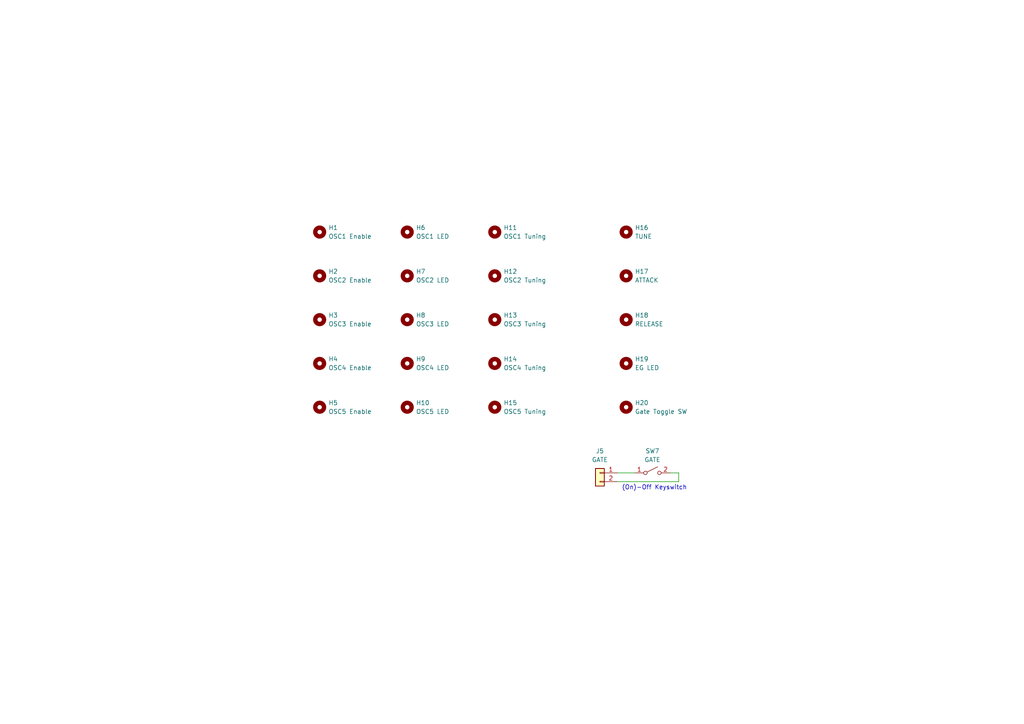
<source format=kicad_sch>
(kicad_sch (version 20211123) (generator eeschema)

  (uuid 756980f3-04da-4b43-aedb-59e470c03936)

  (paper "A4")

  (lib_symbols
    (symbol "Connector_Generic:Conn_01x02" (pin_names (offset 1.016) hide) (in_bom yes) (on_board yes)
      (property "Reference" "J" (id 0) (at 0 2.54 0)
        (effects (font (size 1.27 1.27)))
      )
      (property "Value" "Conn_01x02" (id 1) (at 0 -5.08 0)
        (effects (font (size 1.27 1.27)))
      )
      (property "Footprint" "" (id 2) (at 0 0 0)
        (effects (font (size 1.27 1.27)) hide)
      )
      (property "Datasheet" "~" (id 3) (at 0 0 0)
        (effects (font (size 1.27 1.27)) hide)
      )
      (property "ki_keywords" "connector" (id 4) (at 0 0 0)
        (effects (font (size 1.27 1.27)) hide)
      )
      (property "ki_description" "Generic connector, single row, 01x02, script generated (kicad-library-utils/schlib/autogen/connector/)" (id 5) (at 0 0 0)
        (effects (font (size 1.27 1.27)) hide)
      )
      (property "ki_fp_filters" "Connector*:*_1x??_*" (id 6) (at 0 0 0)
        (effects (font (size 1.27 1.27)) hide)
      )
      (symbol "Conn_01x02_1_1"
        (rectangle (start -1.27 -2.413) (end 0 -2.667)
          (stroke (width 0.1524) (type default) (color 0 0 0 0))
          (fill (type none))
        )
        (rectangle (start -1.27 0.127) (end 0 -0.127)
          (stroke (width 0.1524) (type default) (color 0 0 0 0))
          (fill (type none))
        )
        (rectangle (start -1.27 1.27) (end 1.27 -3.81)
          (stroke (width 0.254) (type default) (color 0 0 0 0))
          (fill (type background))
        )
        (pin passive line (at -5.08 0 0) (length 3.81)
          (name "Pin_1" (effects (font (size 1.27 1.27))))
          (number "1" (effects (font (size 1.27 1.27))))
        )
        (pin passive line (at -5.08 -2.54 0) (length 3.81)
          (name "Pin_2" (effects (font (size 1.27 1.27))))
          (number "2" (effects (font (size 1.27 1.27))))
        )
      )
    )
    (symbol "Mechanical:MountingHole" (pin_names (offset 1.016)) (in_bom yes) (on_board yes)
      (property "Reference" "H" (id 0) (at 0 5.08 0)
        (effects (font (size 1.27 1.27)))
      )
      (property "Value" "MountingHole" (id 1) (at 0 3.175 0)
        (effects (font (size 1.27 1.27)))
      )
      (property "Footprint" "" (id 2) (at 0 0 0)
        (effects (font (size 1.27 1.27)) hide)
      )
      (property "Datasheet" "~" (id 3) (at 0 0 0)
        (effects (font (size 1.27 1.27)) hide)
      )
      (property "ki_keywords" "mounting hole" (id 4) (at 0 0 0)
        (effects (font (size 1.27 1.27)) hide)
      )
      (property "ki_description" "Mounting Hole without connection" (id 5) (at 0 0 0)
        (effects (font (size 1.27 1.27)) hide)
      )
      (property "ki_fp_filters" "MountingHole*" (id 6) (at 0 0 0)
        (effects (font (size 1.27 1.27)) hide)
      )
      (symbol "MountingHole_0_1"
        (circle (center 0 0) (radius 1.27)
          (stroke (width 1.27) (type default) (color 0 0 0 0))
          (fill (type none))
        )
      )
    )
    (symbol "Switch:SW_SPST" (pin_names (offset 0) hide) (in_bom yes) (on_board yes)
      (property "Reference" "SW" (id 0) (at 0 3.175 0)
        (effects (font (size 1.27 1.27)))
      )
      (property "Value" "SW_SPST" (id 1) (at 0 -2.54 0)
        (effects (font (size 1.27 1.27)))
      )
      (property "Footprint" "" (id 2) (at 0 0 0)
        (effects (font (size 1.27 1.27)) hide)
      )
      (property "Datasheet" "~" (id 3) (at 0 0 0)
        (effects (font (size 1.27 1.27)) hide)
      )
      (property "ki_keywords" "switch lever" (id 4) (at 0 0 0)
        (effects (font (size 1.27 1.27)) hide)
      )
      (property "ki_description" "Single Pole Single Throw (SPST) switch" (id 5) (at 0 0 0)
        (effects (font (size 1.27 1.27)) hide)
      )
      (symbol "SW_SPST_0_0"
        (circle (center -2.032 0) (radius 0.508)
          (stroke (width 0) (type default) (color 0 0 0 0))
          (fill (type none))
        )
        (polyline
          (pts
            (xy -1.524 0.254)
            (xy 1.524 1.778)
          )
          (stroke (width 0) (type default) (color 0 0 0 0))
          (fill (type none))
        )
        (circle (center 2.032 0) (radius 0.508)
          (stroke (width 0) (type default) (color 0 0 0 0))
          (fill (type none))
        )
      )
      (symbol "SW_SPST_1_1"
        (pin passive line (at -5.08 0 0) (length 2.54)
          (name "A" (effects (font (size 1.27 1.27))))
          (number "1" (effects (font (size 1.27 1.27))))
        )
        (pin passive line (at 5.08 0 180) (length 2.54)
          (name "B" (effects (font (size 1.27 1.27))))
          (number "2" (effects (font (size 1.27 1.27))))
        )
      )
    )
  )


  (wire (pts (xy 194.31 137.16) (xy 196.85 137.16))
    (stroke (width 0) (type default) (color 0 0 0 0))
    (uuid a6c2d5b5-26eb-4040-aede-ca5544ddf214)
  )
  (wire (pts (xy 196.85 137.16) (xy 196.85 139.7))
    (stroke (width 0) (type default) (color 0 0 0 0))
    (uuid b5547ab1-3586-4f63-9e29-1e2143808ad1)
  )
  (wire (pts (xy 179.07 137.16) (xy 184.15 137.16))
    (stroke (width 0) (type default) (color 0 0 0 0))
    (uuid d05c8361-8890-426c-bf0b-602bc27dba0f)
  )
  (wire (pts (xy 179.07 139.7) (xy 196.85 139.7))
    (stroke (width 0) (type default) (color 0 0 0 0))
    (uuid d8dc21cd-cab7-4594-a06f-4714d7a66ce1)
  )

  (text "(On)-Off Keyswitch" (at 180.34 142.24 0)
    (effects (font (size 1.27 1.27)) (justify left bottom))
    (uuid 8351add7-e784-40a3-9eae-e8c0d6aca6b2)
  )

  (symbol (lib_id "Mechanical:MountingHole") (at 92.71 67.31 0) (unit 1)
    (in_bom yes) (on_board yes) (fields_autoplaced)
    (uuid 14ce428a-dcc1-4aa9-8f07-76ffe83113c4)
    (property "Reference" "H1" (id 0) (at 95.25 66.0399 0)
      (effects (font (size 1.27 1.27)) (justify left))
    )
    (property "Value" "OSC1 Enable" (id 1) (at 95.25 68.5799 0)
      (effects (font (size 1.27 1.27)) (justify left))
    )
    (property "Footprint" "kosmo-lib:Hole_Toggle_Switch" (id 2) (at 92.71 67.31 0)
      (effects (font (size 1.27 1.27)) hide)
    )
    (property "Datasheet" "~" (id 3) (at 92.71 67.31 0)
      (effects (font (size 1.27 1.27)) hide)
    )
  )

  (symbol (lib_id "Mechanical:MountingHole") (at 118.11 105.41 0) (unit 1)
    (in_bom yes) (on_board yes) (fields_autoplaced)
    (uuid 3b0656f2-0270-4b43-a5c0-c5b11ee4fb5b)
    (property "Reference" "H9" (id 0) (at 120.65 104.1399 0)
      (effects (font (size 1.27 1.27)) (justify left))
    )
    (property "Value" "OSC4 LED" (id 1) (at 120.65 106.6799 0)
      (effects (font (size 1.27 1.27)) (justify left))
    )
    (property "Footprint" "kosmo-lib:Hole_LED_5mm" (id 2) (at 118.11 105.41 0)
      (effects (font (size 1.27 1.27)) hide)
    )
    (property "Datasheet" "~" (id 3) (at 118.11 105.41 0)
      (effects (font (size 1.27 1.27)) hide)
    )
  )

  (symbol (lib_id "Mechanical:MountingHole") (at 118.11 67.31 0) (unit 1)
    (in_bom yes) (on_board yes) (fields_autoplaced)
    (uuid 544c9e91-bec8-4e2e-948a-ff861c92dd58)
    (property "Reference" "H6" (id 0) (at 120.65 66.0399 0)
      (effects (font (size 1.27 1.27)) (justify left))
    )
    (property "Value" "OSC1 LED" (id 1) (at 120.65 68.5799 0)
      (effects (font (size 1.27 1.27)) (justify left))
    )
    (property "Footprint" "kosmo-lib:Hole_LED_5mm" (id 2) (at 118.11 67.31 0)
      (effects (font (size 1.27 1.27)) hide)
    )
    (property "Datasheet" "~" (id 3) (at 118.11 67.31 0)
      (effects (font (size 1.27 1.27)) hide)
    )
  )

  (symbol (lib_id "Mechanical:MountingHole") (at 92.71 105.41 0) (unit 1)
    (in_bom yes) (on_board yes) (fields_autoplaced)
    (uuid 685f326a-5f59-4a5e-9b98-52438364a2d0)
    (property "Reference" "H4" (id 0) (at 95.25 104.1399 0)
      (effects (font (size 1.27 1.27)) (justify left))
    )
    (property "Value" "OSC4 Enable" (id 1) (at 95.25 106.6799 0)
      (effects (font (size 1.27 1.27)) (justify left))
    )
    (property "Footprint" "kosmo-lib:Hole_Toggle_Switch" (id 2) (at 92.71 105.41 0)
      (effects (font (size 1.27 1.27)) hide)
    )
    (property "Datasheet" "~" (id 3) (at 92.71 105.41 0)
      (effects (font (size 1.27 1.27)) hide)
    )
  )

  (symbol (lib_id "Mechanical:MountingHole") (at 143.51 80.01 0) (unit 1)
    (in_bom yes) (on_board yes) (fields_autoplaced)
    (uuid 6923c7f8-68bf-41c6-b580-9ce8af522c04)
    (property "Reference" "H12" (id 0) (at 146.05 78.7399 0)
      (effects (font (size 1.27 1.27)) (justify left))
    )
    (property "Value" "OSC2 Tuning" (id 1) (at 146.05 81.2799 0)
      (effects (font (size 1.27 1.27)) (justify left))
    )
    (property "Footprint" "kosmo-lib:Hole_Pot" (id 2) (at 143.51 80.01 0)
      (effects (font (size 1.27 1.27)) hide)
    )
    (property "Datasheet" "~" (id 3) (at 143.51 80.01 0)
      (effects (font (size 1.27 1.27)) hide)
    )
  )

  (symbol (lib_id "Mechanical:MountingHole") (at 92.71 80.01 0) (unit 1)
    (in_bom yes) (on_board yes) (fields_autoplaced)
    (uuid 76ce9d97-eb61-4f84-8f82-e811d5dbad2c)
    (property "Reference" "H2" (id 0) (at 95.25 78.7399 0)
      (effects (font (size 1.27 1.27)) (justify left))
    )
    (property "Value" "OSC2 Enable" (id 1) (at 95.25 81.2799 0)
      (effects (font (size 1.27 1.27)) (justify left))
    )
    (property "Footprint" "kosmo-lib:Hole_Toggle_Switch" (id 2) (at 92.71 80.01 0)
      (effects (font (size 1.27 1.27)) hide)
    )
    (property "Datasheet" "~" (id 3) (at 92.71 80.01 0)
      (effects (font (size 1.27 1.27)) hide)
    )
  )

  (symbol (lib_id "Mechanical:MountingHole") (at 181.61 80.01 0) (unit 1)
    (in_bom yes) (on_board yes) (fields_autoplaced)
    (uuid 8610b735-c26c-46a4-8d4d-fead1577ff13)
    (property "Reference" "H17" (id 0) (at 184.15 78.7399 0)
      (effects (font (size 1.27 1.27)) (justify left))
    )
    (property "Value" "ATTACK" (id 1) (at 184.15 81.2799 0)
      (effects (font (size 1.27 1.27)) (justify left))
    )
    (property "Footprint" "kosmo-lib:Hole_Pot" (id 2) (at 181.61 80.01 0)
      (effects (font (size 1.27 1.27)) hide)
    )
    (property "Datasheet" "~" (id 3) (at 181.61 80.01 0)
      (effects (font (size 1.27 1.27)) hide)
    )
  )

  (symbol (lib_id "Mechanical:MountingHole") (at 181.61 105.41 0) (unit 1)
    (in_bom yes) (on_board yes) (fields_autoplaced)
    (uuid 9678f199-8930-4d8d-86f1-f514e0b44c14)
    (property "Reference" "H19" (id 0) (at 184.15 104.1399 0)
      (effects (font (size 1.27 1.27)) (justify left))
    )
    (property "Value" "EG LED" (id 1) (at 184.15 106.6799 0)
      (effects (font (size 1.27 1.27)) (justify left))
    )
    (property "Footprint" "kosmo-lib:Hole_LED_5mm" (id 2) (at 181.61 105.41 0)
      (effects (font (size 1.27 1.27)) hide)
    )
    (property "Datasheet" "~" (id 3) (at 181.61 105.41 0)
      (effects (font (size 1.27 1.27)) hide)
    )
  )

  (symbol (lib_id "Mechanical:MountingHole") (at 143.51 67.31 0) (unit 1)
    (in_bom yes) (on_board yes) (fields_autoplaced)
    (uuid 9e3a5d83-534d-4968-8813-35b1babb082c)
    (property "Reference" "H11" (id 0) (at 146.05 66.0399 0)
      (effects (font (size 1.27 1.27)) (justify left))
    )
    (property "Value" "OSC1 Tuning" (id 1) (at 146.05 68.5799 0)
      (effects (font (size 1.27 1.27)) (justify left))
    )
    (property "Footprint" "kosmo-lib:Hole_Pot" (id 2) (at 143.51 67.31 0)
      (effects (font (size 1.27 1.27)) hide)
    )
    (property "Datasheet" "~" (id 3) (at 143.51 67.31 0)
      (effects (font (size 1.27 1.27)) hide)
    )
  )

  (symbol (lib_id "Mechanical:MountingHole") (at 181.61 118.11 0) (unit 1)
    (in_bom yes) (on_board yes) (fields_autoplaced)
    (uuid a1ad593d-3c0d-48d4-a264-2e5b7596f07f)
    (property "Reference" "H20" (id 0) (at 184.15 116.8399 0)
      (effects (font (size 1.27 1.27)) (justify left))
    )
    (property "Value" "Gate Toggle SW" (id 1) (at 184.15 119.3799 0)
      (effects (font (size 1.27 1.27)) (justify left))
    )
    (property "Footprint" "kosmo-lib:Hole_Toggle_Switch" (id 2) (at 181.61 118.11 0)
      (effects (font (size 1.27 1.27)) hide)
    )
    (property "Datasheet" "~" (id 3) (at 181.61 118.11 0)
      (effects (font (size 1.27 1.27)) hide)
    )
  )

  (symbol (lib_id "Mechanical:MountingHole") (at 118.11 80.01 0) (unit 1)
    (in_bom yes) (on_board yes) (fields_autoplaced)
    (uuid a4046a15-9592-4ad7-bf91-5dbdffbc92b0)
    (property "Reference" "H7" (id 0) (at 120.65 78.7399 0)
      (effects (font (size 1.27 1.27)) (justify left))
    )
    (property "Value" "OSC2 LED" (id 1) (at 120.65 81.2799 0)
      (effects (font (size 1.27 1.27)) (justify left))
    )
    (property "Footprint" "kosmo-lib:Hole_LED_5mm" (id 2) (at 118.11 80.01 0)
      (effects (font (size 1.27 1.27)) hide)
    )
    (property "Datasheet" "~" (id 3) (at 118.11 80.01 0)
      (effects (font (size 1.27 1.27)) hide)
    )
  )

  (symbol (lib_id "Mechanical:MountingHole") (at 143.51 92.71 0) (unit 1)
    (in_bom yes) (on_board yes) (fields_autoplaced)
    (uuid a96c5bfd-d84f-4bd7-98e9-b3c85fa8e3a4)
    (property "Reference" "H13" (id 0) (at 146.05 91.4399 0)
      (effects (font (size 1.27 1.27)) (justify left))
    )
    (property "Value" "OSC3 Tuning" (id 1) (at 146.05 93.9799 0)
      (effects (font (size 1.27 1.27)) (justify left))
    )
    (property "Footprint" "kosmo-lib:Hole_Pot" (id 2) (at 143.51 92.71 0)
      (effects (font (size 1.27 1.27)) hide)
    )
    (property "Datasheet" "~" (id 3) (at 143.51 92.71 0)
      (effects (font (size 1.27 1.27)) hide)
    )
  )

  (symbol (lib_id "Mechanical:MountingHole") (at 143.51 105.41 0) (unit 1)
    (in_bom yes) (on_board yes) (fields_autoplaced)
    (uuid b04dfa4d-be61-4eef-bd3d-9bcb832e9825)
    (property "Reference" "H14" (id 0) (at 146.05 104.1399 0)
      (effects (font (size 1.27 1.27)) (justify left))
    )
    (property "Value" "OSC4 Tuning" (id 1) (at 146.05 106.6799 0)
      (effects (font (size 1.27 1.27)) (justify left))
    )
    (property "Footprint" "kosmo-lib:Hole_Pot" (id 2) (at 143.51 105.41 0)
      (effects (font (size 1.27 1.27)) hide)
    )
    (property "Datasheet" "~" (id 3) (at 143.51 105.41 0)
      (effects (font (size 1.27 1.27)) hide)
    )
  )

  (symbol (lib_id "Mechanical:MountingHole") (at 181.61 67.31 0) (unit 1)
    (in_bom yes) (on_board yes) (fields_autoplaced)
    (uuid ba6aa134-ef87-44f5-aea8-e709d64e956c)
    (property "Reference" "H16" (id 0) (at 184.15 66.0399 0)
      (effects (font (size 1.27 1.27)) (justify left))
    )
    (property "Value" "TUNE" (id 1) (at 184.15 68.5799 0)
      (effects (font (size 1.27 1.27)) (justify left))
    )
    (property "Footprint" "kosmo-lib:Hole_Pot" (id 2) (at 181.61 67.31 0)
      (effects (font (size 1.27 1.27)) hide)
    )
    (property "Datasheet" "~" (id 3) (at 181.61 67.31 0)
      (effects (font (size 1.27 1.27)) hide)
    )
  )

  (symbol (lib_id "Mechanical:MountingHole") (at 92.71 118.11 0) (unit 1)
    (in_bom yes) (on_board yes) (fields_autoplaced)
    (uuid baafec87-4609-4b53-aa36-47243f995c97)
    (property "Reference" "H5" (id 0) (at 95.25 116.8399 0)
      (effects (font (size 1.27 1.27)) (justify left))
    )
    (property "Value" "OSC5 Enable" (id 1) (at 95.25 119.3799 0)
      (effects (font (size 1.27 1.27)) (justify left))
    )
    (property "Footprint" "kosmo-lib:Hole_Toggle_Switch" (id 2) (at 92.71 118.11 0)
      (effects (font (size 1.27 1.27)) hide)
    )
    (property "Datasheet" "~" (id 3) (at 92.71 118.11 0)
      (effects (font (size 1.27 1.27)) hide)
    )
  )

  (symbol (lib_id "Mechanical:MountingHole") (at 118.11 92.71 0) (unit 1)
    (in_bom yes) (on_board yes) (fields_autoplaced)
    (uuid bd312392-e088-45fa-967c-c6c8f38a2db5)
    (property "Reference" "H8" (id 0) (at 120.65 91.4399 0)
      (effects (font (size 1.27 1.27)) (justify left))
    )
    (property "Value" "OSC3 LED" (id 1) (at 120.65 93.9799 0)
      (effects (font (size 1.27 1.27)) (justify left))
    )
    (property "Footprint" "kosmo-lib:Hole_LED_5mm" (id 2) (at 118.11 92.71 0)
      (effects (font (size 1.27 1.27)) hide)
    )
    (property "Datasheet" "~" (id 3) (at 118.11 92.71 0)
      (effects (font (size 1.27 1.27)) hide)
    )
  )

  (symbol (lib_id "Mechanical:MountingHole") (at 92.71 92.71 0) (unit 1)
    (in_bom yes) (on_board yes) (fields_autoplaced)
    (uuid c7b9d608-8efb-4930-8c6d-0b02f42f2df6)
    (property "Reference" "H3" (id 0) (at 95.25 91.4399 0)
      (effects (font (size 1.27 1.27)) (justify left))
    )
    (property "Value" "OSC3 Enable" (id 1) (at 95.25 93.9799 0)
      (effects (font (size 1.27 1.27)) (justify left))
    )
    (property "Footprint" "kosmo-lib:Hole_Toggle_Switch" (id 2) (at 92.71 92.71 0)
      (effects (font (size 1.27 1.27)) hide)
    )
    (property "Datasheet" "~" (id 3) (at 92.71 92.71 0)
      (effects (font (size 1.27 1.27)) hide)
    )
  )

  (symbol (lib_id "Mechanical:MountingHole") (at 118.11 118.11 0) (unit 1)
    (in_bom yes) (on_board yes) (fields_autoplaced)
    (uuid db6c8f58-d66f-42ce-af4b-4b12da994a16)
    (property "Reference" "H10" (id 0) (at 120.65 116.8399 0)
      (effects (font (size 1.27 1.27)) (justify left))
    )
    (property "Value" "OSC5 LED" (id 1) (at 120.65 119.3799 0)
      (effects (font (size 1.27 1.27)) (justify left))
    )
    (property "Footprint" "kosmo-lib:Hole_LED_5mm" (id 2) (at 118.11 118.11 0)
      (effects (font (size 1.27 1.27)) hide)
    )
    (property "Datasheet" "~" (id 3) (at 118.11 118.11 0)
      (effects (font (size 1.27 1.27)) hide)
    )
  )

  (symbol (lib_id "Mechanical:MountingHole") (at 143.51 118.11 0) (unit 1)
    (in_bom yes) (on_board yes) (fields_autoplaced)
    (uuid eab97031-9d78-4fa2-8bc0-09736abb9159)
    (property "Reference" "H15" (id 0) (at 146.05 116.8399 0)
      (effects (font (size 1.27 1.27)) (justify left))
    )
    (property "Value" "OSC5 Tuning" (id 1) (at 146.05 119.3799 0)
      (effects (font (size 1.27 1.27)) (justify left))
    )
    (property "Footprint" "kosmo-lib:Hole_Pot" (id 2) (at 143.51 118.11 0)
      (effects (font (size 1.27 1.27)) hide)
    )
    (property "Datasheet" "~" (id 3) (at 143.51 118.11 0)
      (effects (font (size 1.27 1.27)) hide)
    )
  )

  (symbol (lib_id "Mechanical:MountingHole") (at 181.61 92.71 0) (unit 1)
    (in_bom yes) (on_board yes) (fields_autoplaced)
    (uuid edd13910-c35e-4bef-a430-6f267735cec8)
    (property "Reference" "H18" (id 0) (at 184.15 91.4399 0)
      (effects (font (size 1.27 1.27)) (justify left))
    )
    (property "Value" "RELEASE" (id 1) (at 184.15 93.9799 0)
      (effects (font (size 1.27 1.27)) (justify left))
    )
    (property "Footprint" "kosmo-lib:Hole_Pot" (id 2) (at 181.61 92.71 0)
      (effects (font (size 1.27 1.27)) hide)
    )
    (property "Datasheet" "~" (id 3) (at 181.61 92.71 0)
      (effects (font (size 1.27 1.27)) hide)
    )
  )

  (symbol (lib_id "Connector_Generic:Conn_01x02") (at 173.99 137.16 0) (mirror y) (unit 1)
    (in_bom yes) (on_board yes) (fields_autoplaced)
    (uuid f06a7c10-2097-41ed-af78-71102efc461b)
    (property "Reference" "J5" (id 0) (at 173.99 130.81 0))
    (property "Value" "GATE" (id 1) (at 173.99 133.35 0))
    (property "Footprint" "minidrone:SMD_Connector" (id 2) (at 173.99 137.16 0)
      (effects (font (size 1.27 1.27)) hide)
    )
    (property "Datasheet" "~" (id 3) (at 173.99 137.16 0)
      (effects (font (size 1.27 1.27)) hide)
    )
    (pin "1" (uuid 2ba45169-3d34-4484-8c3e-6c27e3aadfe0))
    (pin "2" (uuid 24aa2e48-1ae4-4067-8d97-cb216868994e))
  )

  (symbol (lib_id "Switch:SW_SPST") (at 189.23 137.16 0) (unit 1)
    (in_bom yes) (on_board yes)
    (uuid f2565fb1-eb95-4fe6-ac16-7e56658e09b7)
    (property "Reference" "SW7" (id 0) (at 189.23 130.81 0))
    (property "Value" "GATE" (id 1) (at 189.23 133.35 0))
    (property "Footprint" "Button_Switch_Keyboard:SW_Cherry_MX_1.00u_PCB" (id 2) (at 189.23 137.16 0)
      (effects (font (size 1.27 1.27)) hide)
    )
    (property "Datasheet" "~" (id 3) (at 189.23 137.16 0)
      (effects (font (size 1.27 1.27)) hide)
    )
    (pin "1" (uuid 89c87715-e599-4655-9c4b-3db2ffd96644))
    (pin "2" (uuid 705f57bd-666a-46f7-964f-279507598c8c))
  )
)

</source>
